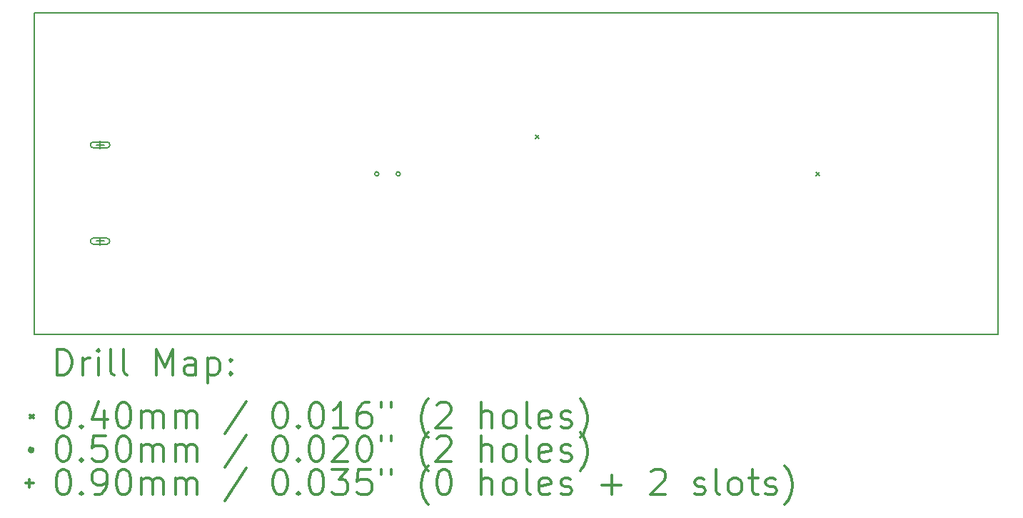
<source format=gbr>
%FSLAX45Y45*%
G04 Gerber Fmt 4.5, Leading zero omitted, Abs format (unit mm)*
G04 Created by KiCad (PCBNEW 5.0.2+dfsg1-1) date Thu Aug  5 15:22:21 2021*
%MOMM*%
%LPD*%
G01*
G04 APERTURE LIST*
%ADD10C,0.200000*%
%ADD11C,0.300000*%
G04 APERTURE END LIST*
D10*
X21590000Y-7620000D02*
X10160000Y-7620000D01*
X21590000Y-11430000D02*
X21590000Y-7620000D01*
X10160000Y-11430000D02*
X21590000Y-11430000D01*
X10160000Y-7620000D02*
X10160000Y-11430000D01*
D10*
X16105840Y-9068580D02*
X16145840Y-9108580D01*
X16145840Y-9068580D02*
X16105840Y-9108580D01*
X19434430Y-9505000D02*
X19474430Y-9545000D01*
X19474430Y-9505000D02*
X19434430Y-9545000D01*
X14249000Y-9525000D02*
G75*
G03X14249000Y-9525000I-25000J0D01*
G01*
X14503000Y-9525000D02*
G75*
G03X14503000Y-9525000I-25000J0D01*
G01*
X10943000Y-9137000D02*
X10943000Y-9227000D01*
X10898000Y-9182000D02*
X10988000Y-9182000D01*
X10863000Y-9217000D02*
X11023000Y-9217000D01*
X10863000Y-9147000D02*
X11023000Y-9147000D01*
X11023000Y-9217000D02*
G75*
G03X11023000Y-9147000I0J35000D01*
G01*
X10863000Y-9147000D02*
G75*
G03X10863000Y-9217000I0J-35000D01*
G01*
X10943000Y-10277000D02*
X10943000Y-10367000D01*
X10898000Y-10322000D02*
X10988000Y-10322000D01*
X10863000Y-10357000D02*
X11023000Y-10357000D01*
X10863000Y-10287000D02*
X11023000Y-10287000D01*
X11023000Y-10357000D02*
G75*
G03X11023000Y-10287000I0J35000D01*
G01*
X10863000Y-10287000D02*
G75*
G03X10863000Y-10357000I0J-35000D01*
G01*
D11*
X10436428Y-11905714D02*
X10436428Y-11605714D01*
X10507857Y-11605714D01*
X10550714Y-11620000D01*
X10579286Y-11648571D01*
X10593571Y-11677143D01*
X10607857Y-11734286D01*
X10607857Y-11777143D01*
X10593571Y-11834286D01*
X10579286Y-11862857D01*
X10550714Y-11891429D01*
X10507857Y-11905714D01*
X10436428Y-11905714D01*
X10736428Y-11905714D02*
X10736428Y-11705714D01*
X10736428Y-11762857D02*
X10750714Y-11734286D01*
X10765000Y-11720000D01*
X10793571Y-11705714D01*
X10822143Y-11705714D01*
X10922143Y-11905714D02*
X10922143Y-11705714D01*
X10922143Y-11605714D02*
X10907857Y-11620000D01*
X10922143Y-11634286D01*
X10936428Y-11620000D01*
X10922143Y-11605714D01*
X10922143Y-11634286D01*
X11107857Y-11905714D02*
X11079286Y-11891429D01*
X11065000Y-11862857D01*
X11065000Y-11605714D01*
X11265000Y-11905714D02*
X11236428Y-11891429D01*
X11222143Y-11862857D01*
X11222143Y-11605714D01*
X11607857Y-11905714D02*
X11607857Y-11605714D01*
X11707857Y-11820000D01*
X11807857Y-11605714D01*
X11807857Y-11905714D01*
X12079286Y-11905714D02*
X12079286Y-11748571D01*
X12065000Y-11720000D01*
X12036428Y-11705714D01*
X11979286Y-11705714D01*
X11950714Y-11720000D01*
X12079286Y-11891429D02*
X12050714Y-11905714D01*
X11979286Y-11905714D01*
X11950714Y-11891429D01*
X11936428Y-11862857D01*
X11936428Y-11834286D01*
X11950714Y-11805714D01*
X11979286Y-11791429D01*
X12050714Y-11791429D01*
X12079286Y-11777143D01*
X12222143Y-11705714D02*
X12222143Y-12005714D01*
X12222143Y-11720000D02*
X12250714Y-11705714D01*
X12307857Y-11705714D01*
X12336428Y-11720000D01*
X12350714Y-11734286D01*
X12365000Y-11762857D01*
X12365000Y-11848571D01*
X12350714Y-11877143D01*
X12336428Y-11891429D01*
X12307857Y-11905714D01*
X12250714Y-11905714D01*
X12222143Y-11891429D01*
X12493571Y-11877143D02*
X12507857Y-11891429D01*
X12493571Y-11905714D01*
X12479286Y-11891429D01*
X12493571Y-11877143D01*
X12493571Y-11905714D01*
X12493571Y-11720000D02*
X12507857Y-11734286D01*
X12493571Y-11748571D01*
X12479286Y-11734286D01*
X12493571Y-11720000D01*
X12493571Y-11748571D01*
X10110000Y-12380000D02*
X10150000Y-12420000D01*
X10150000Y-12380000D02*
X10110000Y-12420000D01*
X10493571Y-12235714D02*
X10522143Y-12235714D01*
X10550714Y-12250000D01*
X10565000Y-12264286D01*
X10579286Y-12292857D01*
X10593571Y-12350000D01*
X10593571Y-12421429D01*
X10579286Y-12478571D01*
X10565000Y-12507143D01*
X10550714Y-12521429D01*
X10522143Y-12535714D01*
X10493571Y-12535714D01*
X10465000Y-12521429D01*
X10450714Y-12507143D01*
X10436428Y-12478571D01*
X10422143Y-12421429D01*
X10422143Y-12350000D01*
X10436428Y-12292857D01*
X10450714Y-12264286D01*
X10465000Y-12250000D01*
X10493571Y-12235714D01*
X10722143Y-12507143D02*
X10736428Y-12521429D01*
X10722143Y-12535714D01*
X10707857Y-12521429D01*
X10722143Y-12507143D01*
X10722143Y-12535714D01*
X10993571Y-12335714D02*
X10993571Y-12535714D01*
X10922143Y-12221429D02*
X10850714Y-12435714D01*
X11036428Y-12435714D01*
X11207857Y-12235714D02*
X11236428Y-12235714D01*
X11265000Y-12250000D01*
X11279286Y-12264286D01*
X11293571Y-12292857D01*
X11307857Y-12350000D01*
X11307857Y-12421429D01*
X11293571Y-12478571D01*
X11279286Y-12507143D01*
X11265000Y-12521429D01*
X11236428Y-12535714D01*
X11207857Y-12535714D01*
X11179286Y-12521429D01*
X11165000Y-12507143D01*
X11150714Y-12478571D01*
X11136428Y-12421429D01*
X11136428Y-12350000D01*
X11150714Y-12292857D01*
X11165000Y-12264286D01*
X11179286Y-12250000D01*
X11207857Y-12235714D01*
X11436428Y-12535714D02*
X11436428Y-12335714D01*
X11436428Y-12364286D02*
X11450714Y-12350000D01*
X11479286Y-12335714D01*
X11522143Y-12335714D01*
X11550714Y-12350000D01*
X11565000Y-12378571D01*
X11565000Y-12535714D01*
X11565000Y-12378571D02*
X11579286Y-12350000D01*
X11607857Y-12335714D01*
X11650714Y-12335714D01*
X11679286Y-12350000D01*
X11693571Y-12378571D01*
X11693571Y-12535714D01*
X11836428Y-12535714D02*
X11836428Y-12335714D01*
X11836428Y-12364286D02*
X11850714Y-12350000D01*
X11879286Y-12335714D01*
X11922143Y-12335714D01*
X11950714Y-12350000D01*
X11965000Y-12378571D01*
X11965000Y-12535714D01*
X11965000Y-12378571D02*
X11979286Y-12350000D01*
X12007857Y-12335714D01*
X12050714Y-12335714D01*
X12079286Y-12350000D01*
X12093571Y-12378571D01*
X12093571Y-12535714D01*
X12679286Y-12221429D02*
X12422143Y-12607143D01*
X13065000Y-12235714D02*
X13093571Y-12235714D01*
X13122143Y-12250000D01*
X13136428Y-12264286D01*
X13150714Y-12292857D01*
X13165000Y-12350000D01*
X13165000Y-12421429D01*
X13150714Y-12478571D01*
X13136428Y-12507143D01*
X13122143Y-12521429D01*
X13093571Y-12535714D01*
X13065000Y-12535714D01*
X13036428Y-12521429D01*
X13022143Y-12507143D01*
X13007857Y-12478571D01*
X12993571Y-12421429D01*
X12993571Y-12350000D01*
X13007857Y-12292857D01*
X13022143Y-12264286D01*
X13036428Y-12250000D01*
X13065000Y-12235714D01*
X13293571Y-12507143D02*
X13307857Y-12521429D01*
X13293571Y-12535714D01*
X13279286Y-12521429D01*
X13293571Y-12507143D01*
X13293571Y-12535714D01*
X13493571Y-12235714D02*
X13522143Y-12235714D01*
X13550714Y-12250000D01*
X13565000Y-12264286D01*
X13579286Y-12292857D01*
X13593571Y-12350000D01*
X13593571Y-12421429D01*
X13579286Y-12478571D01*
X13565000Y-12507143D01*
X13550714Y-12521429D01*
X13522143Y-12535714D01*
X13493571Y-12535714D01*
X13465000Y-12521429D01*
X13450714Y-12507143D01*
X13436428Y-12478571D01*
X13422143Y-12421429D01*
X13422143Y-12350000D01*
X13436428Y-12292857D01*
X13450714Y-12264286D01*
X13465000Y-12250000D01*
X13493571Y-12235714D01*
X13879286Y-12535714D02*
X13707857Y-12535714D01*
X13793571Y-12535714D02*
X13793571Y-12235714D01*
X13765000Y-12278571D01*
X13736428Y-12307143D01*
X13707857Y-12321429D01*
X14136428Y-12235714D02*
X14079286Y-12235714D01*
X14050714Y-12250000D01*
X14036428Y-12264286D01*
X14007857Y-12307143D01*
X13993571Y-12364286D01*
X13993571Y-12478571D01*
X14007857Y-12507143D01*
X14022143Y-12521429D01*
X14050714Y-12535714D01*
X14107857Y-12535714D01*
X14136428Y-12521429D01*
X14150714Y-12507143D01*
X14165000Y-12478571D01*
X14165000Y-12407143D01*
X14150714Y-12378571D01*
X14136428Y-12364286D01*
X14107857Y-12350000D01*
X14050714Y-12350000D01*
X14022143Y-12364286D01*
X14007857Y-12378571D01*
X13993571Y-12407143D01*
X14279286Y-12235714D02*
X14279286Y-12292857D01*
X14393571Y-12235714D02*
X14393571Y-12292857D01*
X14836428Y-12650000D02*
X14822143Y-12635714D01*
X14793571Y-12592857D01*
X14779286Y-12564286D01*
X14765000Y-12521429D01*
X14750714Y-12450000D01*
X14750714Y-12392857D01*
X14765000Y-12321429D01*
X14779286Y-12278571D01*
X14793571Y-12250000D01*
X14822143Y-12207143D01*
X14836428Y-12192857D01*
X14936428Y-12264286D02*
X14950714Y-12250000D01*
X14979286Y-12235714D01*
X15050714Y-12235714D01*
X15079286Y-12250000D01*
X15093571Y-12264286D01*
X15107857Y-12292857D01*
X15107857Y-12321429D01*
X15093571Y-12364286D01*
X14922143Y-12535714D01*
X15107857Y-12535714D01*
X15465000Y-12535714D02*
X15465000Y-12235714D01*
X15593571Y-12535714D02*
X15593571Y-12378571D01*
X15579286Y-12350000D01*
X15550714Y-12335714D01*
X15507857Y-12335714D01*
X15479286Y-12350000D01*
X15465000Y-12364286D01*
X15779286Y-12535714D02*
X15750714Y-12521429D01*
X15736428Y-12507143D01*
X15722143Y-12478571D01*
X15722143Y-12392857D01*
X15736428Y-12364286D01*
X15750714Y-12350000D01*
X15779286Y-12335714D01*
X15822143Y-12335714D01*
X15850714Y-12350000D01*
X15865000Y-12364286D01*
X15879286Y-12392857D01*
X15879286Y-12478571D01*
X15865000Y-12507143D01*
X15850714Y-12521429D01*
X15822143Y-12535714D01*
X15779286Y-12535714D01*
X16050714Y-12535714D02*
X16022143Y-12521429D01*
X16007857Y-12492857D01*
X16007857Y-12235714D01*
X16279286Y-12521429D02*
X16250714Y-12535714D01*
X16193571Y-12535714D01*
X16165000Y-12521429D01*
X16150714Y-12492857D01*
X16150714Y-12378571D01*
X16165000Y-12350000D01*
X16193571Y-12335714D01*
X16250714Y-12335714D01*
X16279286Y-12350000D01*
X16293571Y-12378571D01*
X16293571Y-12407143D01*
X16150714Y-12435714D01*
X16407857Y-12521429D02*
X16436428Y-12535714D01*
X16493571Y-12535714D01*
X16522143Y-12521429D01*
X16536428Y-12492857D01*
X16536428Y-12478571D01*
X16522143Y-12450000D01*
X16493571Y-12435714D01*
X16450714Y-12435714D01*
X16422143Y-12421429D01*
X16407857Y-12392857D01*
X16407857Y-12378571D01*
X16422143Y-12350000D01*
X16450714Y-12335714D01*
X16493571Y-12335714D01*
X16522143Y-12350000D01*
X16636428Y-12650000D02*
X16650714Y-12635714D01*
X16679286Y-12592857D01*
X16693571Y-12564286D01*
X16707857Y-12521429D01*
X16722143Y-12450000D01*
X16722143Y-12392857D01*
X16707857Y-12321429D01*
X16693571Y-12278571D01*
X16679286Y-12250000D01*
X16650714Y-12207143D01*
X16636428Y-12192857D01*
X10150000Y-12796000D02*
G75*
G03X10150000Y-12796000I-25000J0D01*
G01*
X10493571Y-12631714D02*
X10522143Y-12631714D01*
X10550714Y-12646000D01*
X10565000Y-12660286D01*
X10579286Y-12688857D01*
X10593571Y-12746000D01*
X10593571Y-12817429D01*
X10579286Y-12874571D01*
X10565000Y-12903143D01*
X10550714Y-12917429D01*
X10522143Y-12931714D01*
X10493571Y-12931714D01*
X10465000Y-12917429D01*
X10450714Y-12903143D01*
X10436428Y-12874571D01*
X10422143Y-12817429D01*
X10422143Y-12746000D01*
X10436428Y-12688857D01*
X10450714Y-12660286D01*
X10465000Y-12646000D01*
X10493571Y-12631714D01*
X10722143Y-12903143D02*
X10736428Y-12917429D01*
X10722143Y-12931714D01*
X10707857Y-12917429D01*
X10722143Y-12903143D01*
X10722143Y-12931714D01*
X11007857Y-12631714D02*
X10865000Y-12631714D01*
X10850714Y-12774571D01*
X10865000Y-12760286D01*
X10893571Y-12746000D01*
X10965000Y-12746000D01*
X10993571Y-12760286D01*
X11007857Y-12774571D01*
X11022143Y-12803143D01*
X11022143Y-12874571D01*
X11007857Y-12903143D01*
X10993571Y-12917429D01*
X10965000Y-12931714D01*
X10893571Y-12931714D01*
X10865000Y-12917429D01*
X10850714Y-12903143D01*
X11207857Y-12631714D02*
X11236428Y-12631714D01*
X11265000Y-12646000D01*
X11279286Y-12660286D01*
X11293571Y-12688857D01*
X11307857Y-12746000D01*
X11307857Y-12817429D01*
X11293571Y-12874571D01*
X11279286Y-12903143D01*
X11265000Y-12917429D01*
X11236428Y-12931714D01*
X11207857Y-12931714D01*
X11179286Y-12917429D01*
X11165000Y-12903143D01*
X11150714Y-12874571D01*
X11136428Y-12817429D01*
X11136428Y-12746000D01*
X11150714Y-12688857D01*
X11165000Y-12660286D01*
X11179286Y-12646000D01*
X11207857Y-12631714D01*
X11436428Y-12931714D02*
X11436428Y-12731714D01*
X11436428Y-12760286D02*
X11450714Y-12746000D01*
X11479286Y-12731714D01*
X11522143Y-12731714D01*
X11550714Y-12746000D01*
X11565000Y-12774571D01*
X11565000Y-12931714D01*
X11565000Y-12774571D02*
X11579286Y-12746000D01*
X11607857Y-12731714D01*
X11650714Y-12731714D01*
X11679286Y-12746000D01*
X11693571Y-12774571D01*
X11693571Y-12931714D01*
X11836428Y-12931714D02*
X11836428Y-12731714D01*
X11836428Y-12760286D02*
X11850714Y-12746000D01*
X11879286Y-12731714D01*
X11922143Y-12731714D01*
X11950714Y-12746000D01*
X11965000Y-12774571D01*
X11965000Y-12931714D01*
X11965000Y-12774571D02*
X11979286Y-12746000D01*
X12007857Y-12731714D01*
X12050714Y-12731714D01*
X12079286Y-12746000D01*
X12093571Y-12774571D01*
X12093571Y-12931714D01*
X12679286Y-12617429D02*
X12422143Y-13003143D01*
X13065000Y-12631714D02*
X13093571Y-12631714D01*
X13122143Y-12646000D01*
X13136428Y-12660286D01*
X13150714Y-12688857D01*
X13165000Y-12746000D01*
X13165000Y-12817429D01*
X13150714Y-12874571D01*
X13136428Y-12903143D01*
X13122143Y-12917429D01*
X13093571Y-12931714D01*
X13065000Y-12931714D01*
X13036428Y-12917429D01*
X13022143Y-12903143D01*
X13007857Y-12874571D01*
X12993571Y-12817429D01*
X12993571Y-12746000D01*
X13007857Y-12688857D01*
X13022143Y-12660286D01*
X13036428Y-12646000D01*
X13065000Y-12631714D01*
X13293571Y-12903143D02*
X13307857Y-12917429D01*
X13293571Y-12931714D01*
X13279286Y-12917429D01*
X13293571Y-12903143D01*
X13293571Y-12931714D01*
X13493571Y-12631714D02*
X13522143Y-12631714D01*
X13550714Y-12646000D01*
X13565000Y-12660286D01*
X13579286Y-12688857D01*
X13593571Y-12746000D01*
X13593571Y-12817429D01*
X13579286Y-12874571D01*
X13565000Y-12903143D01*
X13550714Y-12917429D01*
X13522143Y-12931714D01*
X13493571Y-12931714D01*
X13465000Y-12917429D01*
X13450714Y-12903143D01*
X13436428Y-12874571D01*
X13422143Y-12817429D01*
X13422143Y-12746000D01*
X13436428Y-12688857D01*
X13450714Y-12660286D01*
X13465000Y-12646000D01*
X13493571Y-12631714D01*
X13707857Y-12660286D02*
X13722143Y-12646000D01*
X13750714Y-12631714D01*
X13822143Y-12631714D01*
X13850714Y-12646000D01*
X13865000Y-12660286D01*
X13879286Y-12688857D01*
X13879286Y-12717429D01*
X13865000Y-12760286D01*
X13693571Y-12931714D01*
X13879286Y-12931714D01*
X14065000Y-12631714D02*
X14093571Y-12631714D01*
X14122143Y-12646000D01*
X14136428Y-12660286D01*
X14150714Y-12688857D01*
X14165000Y-12746000D01*
X14165000Y-12817429D01*
X14150714Y-12874571D01*
X14136428Y-12903143D01*
X14122143Y-12917429D01*
X14093571Y-12931714D01*
X14065000Y-12931714D01*
X14036428Y-12917429D01*
X14022143Y-12903143D01*
X14007857Y-12874571D01*
X13993571Y-12817429D01*
X13993571Y-12746000D01*
X14007857Y-12688857D01*
X14022143Y-12660286D01*
X14036428Y-12646000D01*
X14065000Y-12631714D01*
X14279286Y-12631714D02*
X14279286Y-12688857D01*
X14393571Y-12631714D02*
X14393571Y-12688857D01*
X14836428Y-13046000D02*
X14822143Y-13031714D01*
X14793571Y-12988857D01*
X14779286Y-12960286D01*
X14765000Y-12917429D01*
X14750714Y-12846000D01*
X14750714Y-12788857D01*
X14765000Y-12717429D01*
X14779286Y-12674571D01*
X14793571Y-12646000D01*
X14822143Y-12603143D01*
X14836428Y-12588857D01*
X14936428Y-12660286D02*
X14950714Y-12646000D01*
X14979286Y-12631714D01*
X15050714Y-12631714D01*
X15079286Y-12646000D01*
X15093571Y-12660286D01*
X15107857Y-12688857D01*
X15107857Y-12717429D01*
X15093571Y-12760286D01*
X14922143Y-12931714D01*
X15107857Y-12931714D01*
X15465000Y-12931714D02*
X15465000Y-12631714D01*
X15593571Y-12931714D02*
X15593571Y-12774571D01*
X15579286Y-12746000D01*
X15550714Y-12731714D01*
X15507857Y-12731714D01*
X15479286Y-12746000D01*
X15465000Y-12760286D01*
X15779286Y-12931714D02*
X15750714Y-12917429D01*
X15736428Y-12903143D01*
X15722143Y-12874571D01*
X15722143Y-12788857D01*
X15736428Y-12760286D01*
X15750714Y-12746000D01*
X15779286Y-12731714D01*
X15822143Y-12731714D01*
X15850714Y-12746000D01*
X15865000Y-12760286D01*
X15879286Y-12788857D01*
X15879286Y-12874571D01*
X15865000Y-12903143D01*
X15850714Y-12917429D01*
X15822143Y-12931714D01*
X15779286Y-12931714D01*
X16050714Y-12931714D02*
X16022143Y-12917429D01*
X16007857Y-12888857D01*
X16007857Y-12631714D01*
X16279286Y-12917429D02*
X16250714Y-12931714D01*
X16193571Y-12931714D01*
X16165000Y-12917429D01*
X16150714Y-12888857D01*
X16150714Y-12774571D01*
X16165000Y-12746000D01*
X16193571Y-12731714D01*
X16250714Y-12731714D01*
X16279286Y-12746000D01*
X16293571Y-12774571D01*
X16293571Y-12803143D01*
X16150714Y-12831714D01*
X16407857Y-12917429D02*
X16436428Y-12931714D01*
X16493571Y-12931714D01*
X16522143Y-12917429D01*
X16536428Y-12888857D01*
X16536428Y-12874571D01*
X16522143Y-12846000D01*
X16493571Y-12831714D01*
X16450714Y-12831714D01*
X16422143Y-12817429D01*
X16407857Y-12788857D01*
X16407857Y-12774571D01*
X16422143Y-12746000D01*
X16450714Y-12731714D01*
X16493571Y-12731714D01*
X16522143Y-12746000D01*
X16636428Y-13046000D02*
X16650714Y-13031714D01*
X16679286Y-12988857D01*
X16693571Y-12960286D01*
X16707857Y-12917429D01*
X16722143Y-12846000D01*
X16722143Y-12788857D01*
X16707857Y-12717429D01*
X16693571Y-12674571D01*
X16679286Y-12646000D01*
X16650714Y-12603143D01*
X16636428Y-12588857D01*
X10105000Y-13147000D02*
X10105000Y-13237000D01*
X10060000Y-13192000D02*
X10150000Y-13192000D01*
X10493571Y-13027714D02*
X10522143Y-13027714D01*
X10550714Y-13042000D01*
X10565000Y-13056286D01*
X10579286Y-13084857D01*
X10593571Y-13142000D01*
X10593571Y-13213429D01*
X10579286Y-13270571D01*
X10565000Y-13299143D01*
X10550714Y-13313429D01*
X10522143Y-13327714D01*
X10493571Y-13327714D01*
X10465000Y-13313429D01*
X10450714Y-13299143D01*
X10436428Y-13270571D01*
X10422143Y-13213429D01*
X10422143Y-13142000D01*
X10436428Y-13084857D01*
X10450714Y-13056286D01*
X10465000Y-13042000D01*
X10493571Y-13027714D01*
X10722143Y-13299143D02*
X10736428Y-13313429D01*
X10722143Y-13327714D01*
X10707857Y-13313429D01*
X10722143Y-13299143D01*
X10722143Y-13327714D01*
X10879286Y-13327714D02*
X10936428Y-13327714D01*
X10965000Y-13313429D01*
X10979286Y-13299143D01*
X11007857Y-13256286D01*
X11022143Y-13199143D01*
X11022143Y-13084857D01*
X11007857Y-13056286D01*
X10993571Y-13042000D01*
X10965000Y-13027714D01*
X10907857Y-13027714D01*
X10879286Y-13042000D01*
X10865000Y-13056286D01*
X10850714Y-13084857D01*
X10850714Y-13156286D01*
X10865000Y-13184857D01*
X10879286Y-13199143D01*
X10907857Y-13213429D01*
X10965000Y-13213429D01*
X10993571Y-13199143D01*
X11007857Y-13184857D01*
X11022143Y-13156286D01*
X11207857Y-13027714D02*
X11236428Y-13027714D01*
X11265000Y-13042000D01*
X11279286Y-13056286D01*
X11293571Y-13084857D01*
X11307857Y-13142000D01*
X11307857Y-13213429D01*
X11293571Y-13270571D01*
X11279286Y-13299143D01*
X11265000Y-13313429D01*
X11236428Y-13327714D01*
X11207857Y-13327714D01*
X11179286Y-13313429D01*
X11165000Y-13299143D01*
X11150714Y-13270571D01*
X11136428Y-13213429D01*
X11136428Y-13142000D01*
X11150714Y-13084857D01*
X11165000Y-13056286D01*
X11179286Y-13042000D01*
X11207857Y-13027714D01*
X11436428Y-13327714D02*
X11436428Y-13127714D01*
X11436428Y-13156286D02*
X11450714Y-13142000D01*
X11479286Y-13127714D01*
X11522143Y-13127714D01*
X11550714Y-13142000D01*
X11565000Y-13170571D01*
X11565000Y-13327714D01*
X11565000Y-13170571D02*
X11579286Y-13142000D01*
X11607857Y-13127714D01*
X11650714Y-13127714D01*
X11679286Y-13142000D01*
X11693571Y-13170571D01*
X11693571Y-13327714D01*
X11836428Y-13327714D02*
X11836428Y-13127714D01*
X11836428Y-13156286D02*
X11850714Y-13142000D01*
X11879286Y-13127714D01*
X11922143Y-13127714D01*
X11950714Y-13142000D01*
X11965000Y-13170571D01*
X11965000Y-13327714D01*
X11965000Y-13170571D02*
X11979286Y-13142000D01*
X12007857Y-13127714D01*
X12050714Y-13127714D01*
X12079286Y-13142000D01*
X12093571Y-13170571D01*
X12093571Y-13327714D01*
X12679286Y-13013429D02*
X12422143Y-13399143D01*
X13065000Y-13027714D02*
X13093571Y-13027714D01*
X13122143Y-13042000D01*
X13136428Y-13056286D01*
X13150714Y-13084857D01*
X13165000Y-13142000D01*
X13165000Y-13213429D01*
X13150714Y-13270571D01*
X13136428Y-13299143D01*
X13122143Y-13313429D01*
X13093571Y-13327714D01*
X13065000Y-13327714D01*
X13036428Y-13313429D01*
X13022143Y-13299143D01*
X13007857Y-13270571D01*
X12993571Y-13213429D01*
X12993571Y-13142000D01*
X13007857Y-13084857D01*
X13022143Y-13056286D01*
X13036428Y-13042000D01*
X13065000Y-13027714D01*
X13293571Y-13299143D02*
X13307857Y-13313429D01*
X13293571Y-13327714D01*
X13279286Y-13313429D01*
X13293571Y-13299143D01*
X13293571Y-13327714D01*
X13493571Y-13027714D02*
X13522143Y-13027714D01*
X13550714Y-13042000D01*
X13565000Y-13056286D01*
X13579286Y-13084857D01*
X13593571Y-13142000D01*
X13593571Y-13213429D01*
X13579286Y-13270571D01*
X13565000Y-13299143D01*
X13550714Y-13313429D01*
X13522143Y-13327714D01*
X13493571Y-13327714D01*
X13465000Y-13313429D01*
X13450714Y-13299143D01*
X13436428Y-13270571D01*
X13422143Y-13213429D01*
X13422143Y-13142000D01*
X13436428Y-13084857D01*
X13450714Y-13056286D01*
X13465000Y-13042000D01*
X13493571Y-13027714D01*
X13693571Y-13027714D02*
X13879286Y-13027714D01*
X13779286Y-13142000D01*
X13822143Y-13142000D01*
X13850714Y-13156286D01*
X13865000Y-13170571D01*
X13879286Y-13199143D01*
X13879286Y-13270571D01*
X13865000Y-13299143D01*
X13850714Y-13313429D01*
X13822143Y-13327714D01*
X13736428Y-13327714D01*
X13707857Y-13313429D01*
X13693571Y-13299143D01*
X14150714Y-13027714D02*
X14007857Y-13027714D01*
X13993571Y-13170571D01*
X14007857Y-13156286D01*
X14036428Y-13142000D01*
X14107857Y-13142000D01*
X14136428Y-13156286D01*
X14150714Y-13170571D01*
X14165000Y-13199143D01*
X14165000Y-13270571D01*
X14150714Y-13299143D01*
X14136428Y-13313429D01*
X14107857Y-13327714D01*
X14036428Y-13327714D01*
X14007857Y-13313429D01*
X13993571Y-13299143D01*
X14279286Y-13027714D02*
X14279286Y-13084857D01*
X14393571Y-13027714D02*
X14393571Y-13084857D01*
X14836428Y-13442000D02*
X14822143Y-13427714D01*
X14793571Y-13384857D01*
X14779286Y-13356286D01*
X14765000Y-13313429D01*
X14750714Y-13242000D01*
X14750714Y-13184857D01*
X14765000Y-13113429D01*
X14779286Y-13070571D01*
X14793571Y-13042000D01*
X14822143Y-12999143D01*
X14836428Y-12984857D01*
X15007857Y-13027714D02*
X15036428Y-13027714D01*
X15065000Y-13042000D01*
X15079286Y-13056286D01*
X15093571Y-13084857D01*
X15107857Y-13142000D01*
X15107857Y-13213429D01*
X15093571Y-13270571D01*
X15079286Y-13299143D01*
X15065000Y-13313429D01*
X15036428Y-13327714D01*
X15007857Y-13327714D01*
X14979286Y-13313429D01*
X14965000Y-13299143D01*
X14950714Y-13270571D01*
X14936428Y-13213429D01*
X14936428Y-13142000D01*
X14950714Y-13084857D01*
X14965000Y-13056286D01*
X14979286Y-13042000D01*
X15007857Y-13027714D01*
X15465000Y-13327714D02*
X15465000Y-13027714D01*
X15593571Y-13327714D02*
X15593571Y-13170571D01*
X15579286Y-13142000D01*
X15550714Y-13127714D01*
X15507857Y-13127714D01*
X15479286Y-13142000D01*
X15465000Y-13156286D01*
X15779286Y-13327714D02*
X15750714Y-13313429D01*
X15736428Y-13299143D01*
X15722143Y-13270571D01*
X15722143Y-13184857D01*
X15736428Y-13156286D01*
X15750714Y-13142000D01*
X15779286Y-13127714D01*
X15822143Y-13127714D01*
X15850714Y-13142000D01*
X15865000Y-13156286D01*
X15879286Y-13184857D01*
X15879286Y-13270571D01*
X15865000Y-13299143D01*
X15850714Y-13313429D01*
X15822143Y-13327714D01*
X15779286Y-13327714D01*
X16050714Y-13327714D02*
X16022143Y-13313429D01*
X16007857Y-13284857D01*
X16007857Y-13027714D01*
X16279286Y-13313429D02*
X16250714Y-13327714D01*
X16193571Y-13327714D01*
X16165000Y-13313429D01*
X16150714Y-13284857D01*
X16150714Y-13170571D01*
X16165000Y-13142000D01*
X16193571Y-13127714D01*
X16250714Y-13127714D01*
X16279286Y-13142000D01*
X16293571Y-13170571D01*
X16293571Y-13199143D01*
X16150714Y-13227714D01*
X16407857Y-13313429D02*
X16436428Y-13327714D01*
X16493571Y-13327714D01*
X16522143Y-13313429D01*
X16536428Y-13284857D01*
X16536428Y-13270571D01*
X16522143Y-13242000D01*
X16493571Y-13227714D01*
X16450714Y-13227714D01*
X16422143Y-13213429D01*
X16407857Y-13184857D01*
X16407857Y-13170571D01*
X16422143Y-13142000D01*
X16450714Y-13127714D01*
X16493571Y-13127714D01*
X16522143Y-13142000D01*
X16893571Y-13213429D02*
X17122143Y-13213429D01*
X17007857Y-13327714D02*
X17007857Y-13099143D01*
X17479286Y-13056286D02*
X17493571Y-13042000D01*
X17522143Y-13027714D01*
X17593571Y-13027714D01*
X17622143Y-13042000D01*
X17636428Y-13056286D01*
X17650714Y-13084857D01*
X17650714Y-13113429D01*
X17636428Y-13156286D01*
X17465000Y-13327714D01*
X17650714Y-13327714D01*
X17993571Y-13313429D02*
X18022143Y-13327714D01*
X18079286Y-13327714D01*
X18107857Y-13313429D01*
X18122143Y-13284857D01*
X18122143Y-13270571D01*
X18107857Y-13242000D01*
X18079286Y-13227714D01*
X18036428Y-13227714D01*
X18007857Y-13213429D01*
X17993571Y-13184857D01*
X17993571Y-13170571D01*
X18007857Y-13142000D01*
X18036428Y-13127714D01*
X18079286Y-13127714D01*
X18107857Y-13142000D01*
X18293571Y-13327714D02*
X18265000Y-13313429D01*
X18250714Y-13284857D01*
X18250714Y-13027714D01*
X18450714Y-13327714D02*
X18422143Y-13313429D01*
X18407857Y-13299143D01*
X18393571Y-13270571D01*
X18393571Y-13184857D01*
X18407857Y-13156286D01*
X18422143Y-13142000D01*
X18450714Y-13127714D01*
X18493571Y-13127714D01*
X18522143Y-13142000D01*
X18536428Y-13156286D01*
X18550714Y-13184857D01*
X18550714Y-13270571D01*
X18536428Y-13299143D01*
X18522143Y-13313429D01*
X18493571Y-13327714D01*
X18450714Y-13327714D01*
X18636428Y-13127714D02*
X18750714Y-13127714D01*
X18679286Y-13027714D02*
X18679286Y-13284857D01*
X18693571Y-13313429D01*
X18722143Y-13327714D01*
X18750714Y-13327714D01*
X18836428Y-13313429D02*
X18865000Y-13327714D01*
X18922143Y-13327714D01*
X18950714Y-13313429D01*
X18965000Y-13284857D01*
X18965000Y-13270571D01*
X18950714Y-13242000D01*
X18922143Y-13227714D01*
X18879286Y-13227714D01*
X18850714Y-13213429D01*
X18836428Y-13184857D01*
X18836428Y-13170571D01*
X18850714Y-13142000D01*
X18879286Y-13127714D01*
X18922143Y-13127714D01*
X18950714Y-13142000D01*
X19065000Y-13442000D02*
X19079286Y-13427714D01*
X19107857Y-13384857D01*
X19122143Y-13356286D01*
X19136428Y-13313429D01*
X19150714Y-13242000D01*
X19150714Y-13184857D01*
X19136428Y-13113429D01*
X19122143Y-13070571D01*
X19107857Y-13042000D01*
X19079286Y-12999143D01*
X19065000Y-12984857D01*
M02*

</source>
